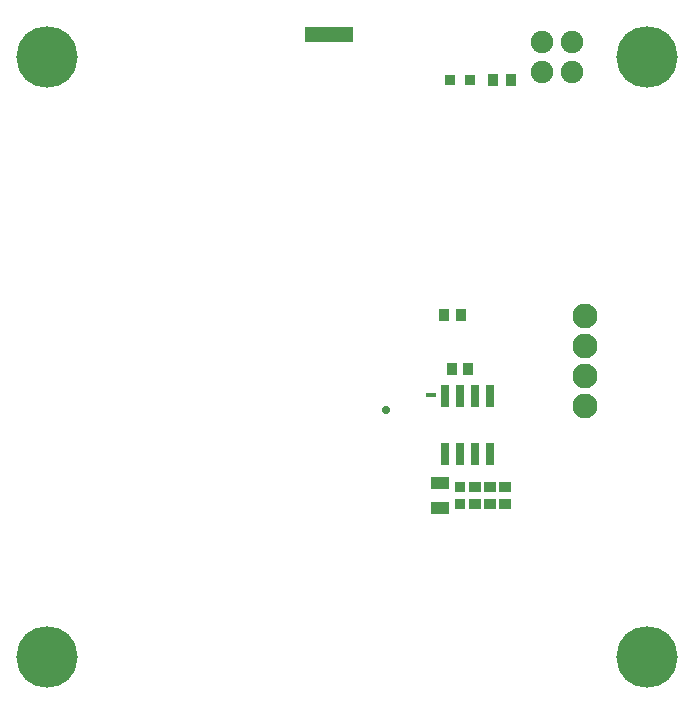
<source format=gts>
G04 Layer: TopSolderMaskLayer*
G04 Panelize: , Column: 2, Row: 2, Board Size: 58.42mm x 58.42mm, Panelized Board Size: 118.84mm x 118.84mm*
G04 EasyEDA v6.5.39, 2023-12-29 12:41:37*
G04 1036578b268b45588bb37d4cc57348ec,5a6b42c53f6a479593ecc07194224c93,10*
G04 Gerber Generator version 0.2*
G04 Scale: 100 percent, Rotated: No, Reflected: No *
G04 Dimensions in millimeters *
G04 leading zeros omitted , absolute positions ,4 integer and 5 decimal *
%FSLAX45Y45*%
%MOMM*%

%AMMACRO1*1,1,$1,$2,$3*1,1,$1,$4,$5*1,1,$1,0-$2,0-$3*1,1,$1,0-$4,0-$5*20,1,$1,$2,$3,$4,$5,0*20,1,$1,$4,$5,0-$2,0-$3,0*20,1,$1,0-$2,0-$3,0-$4,0-$5,0*20,1,$1,0-$4,0-$5,$2,$3,0*4,1,4,$2,$3,$4,$5,0-$2,0-$3,0-$4,0-$5,$2,$3,0*%
%ADD10MACRO1,0.1016X-0.4032X-0.432X-0.4032X0.432*%
%ADD11MACRO1,0.1016X0.4032X-0.432X0.4032X0.432*%
%ADD12R,0.9016X0.9016*%
%ADD13MACRO1,0.1X-0.3X0.9X0.3X0.9*%
%ADD14MACRO1,0.1X0.3X-0.9X-0.3X-0.9*%
%ADD15MACRO1,0.1016X-0.375X0.15X0.375X0.15*%
%ADD16C,0.7216*%
%ADD17MACRO1,0.1016X-0.4X0.45X0.4X0.45*%
%ADD18R,1.5011X1.1016*%
%ADD19R,0.9656X0.9081*%
%ADD20MACRO1,0.1016X-0.432X0.4032X0.432X0.4032*%
%ADD21MACRO1,0.1016X-0.432X-0.4032X0.432X-0.4032*%
%ADD22C,5.2032*%
%ADD23C,2.1016*%
%ADD24C,1.9016*%

%LPD*%
D10*
G01*
X4304424Y5270500D03*
D11*
G01*
X4153775Y5270500D03*
D12*
G01*
X3958590Y5270500D03*
G01*
X3788409Y5270500D03*
D13*
G01*
X4000500Y2104491D03*
G01*
X4127500Y2104491D03*
G01*
X3873500Y2104491D03*
G01*
X3746500Y2104491D03*
D14*
G01*
X4127500Y2594508D03*
G01*
X4000500Y2594508D03*
G01*
X3873500Y2594508D03*
G01*
X3746500Y2594508D03*
D15*
G01*
X3632200Y2603500D03*
D16*
G01*
X3251200Y2476500D03*
D17*
G01*
X3943499Y2819400D03*
G01*
X3803500Y2819400D03*
D18*
G01*
X3708400Y1857629D03*
G01*
X3708400Y1647570D03*
D19*
G01*
X3873500Y1827936D03*
G01*
X3873500Y1677263D03*
D20*
G01*
X4000500Y1677275D03*
D21*
G01*
X4000500Y1827924D03*
D20*
G01*
X4127500Y1677275D03*
D21*
G01*
X4127500Y1827924D03*
D20*
G01*
X4254500Y1677275D03*
D21*
G01*
X4254500Y1827924D03*
D17*
G01*
X3879999Y3276600D03*
G01*
X3740000Y3276600D03*
D22*
G01*
X381000Y5461000D03*
G01*
X5461000Y5461000D03*
G01*
X5461000Y381000D03*
G01*
X381000Y381000D03*
D23*
G01*
X4931206Y3020161D03*
G01*
X4931206Y2766161D03*
G01*
X4931206Y2512161D03*
G01*
X4931206Y3274161D03*
D24*
G01*
X4572000Y5588000D03*
G01*
X4572000Y5334000D03*
G01*
X4826000Y5334000D03*
G01*
X4826000Y5588000D03*
G36*
X2565400Y5715000D02*
G01*
X2971800Y5715000D01*
X2971800Y5588000D01*
X2565400Y5588000D01*
G37*
M02*

</source>
